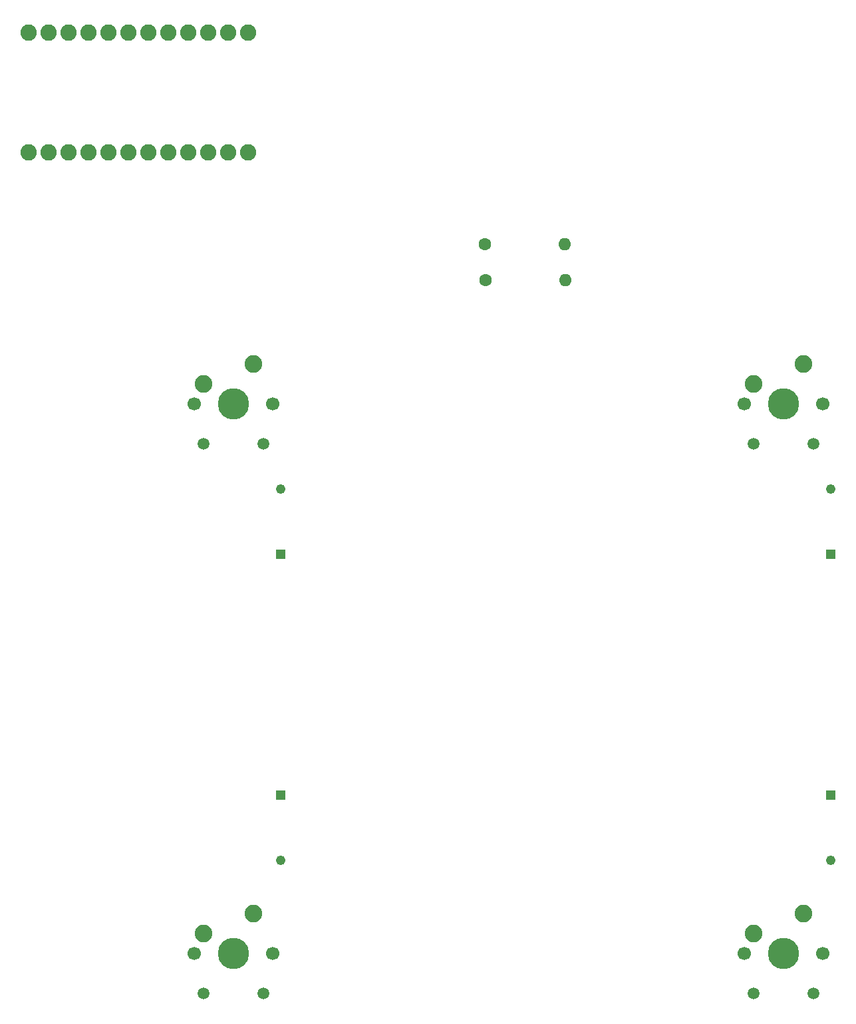
<source format=gbr>
%TF.GenerationSoftware,KiCad,Pcbnew,(6.0.7)*%
%TF.CreationDate,2023-05-31T01:42:51-04:00*%
%TF.ProjectId,Big_Keys_Keyboard,4269675f-4b65-4797-935f-4b6579626f61,rev?*%
%TF.SameCoordinates,Original*%
%TF.FileFunction,Soldermask,Bot*%
%TF.FilePolarity,Negative*%
%FSLAX46Y46*%
G04 Gerber Fmt 4.6, Leading zero omitted, Abs format (unit mm)*
G04 Created by KiCad (PCBNEW (6.0.7)) date 2023-05-31 01:42:51*
%MOMM*%
%LPD*%
G01*
G04 APERTURE LIST*
%ADD10C,1.238000*%
%ADD11R,1.238000X1.238000*%
%ADD12C,2.082800*%
%ADD13C,3.987800*%
%ADD14C,1.700000*%
%ADD15C,1.508000*%
%ADD16C,2.250000*%
%ADD17C,1.600000*%
%ADD18O,1.600000X1.600000*%
G04 APERTURE END LIST*
D10*
%TO.C,D1*%
X97000000Y-98854000D03*
D11*
X97000000Y-107146000D03*
%TD*%
D10*
%TO.C,D3*%
X167000000Y-98854000D03*
D11*
X167000000Y-107146000D03*
%TD*%
D12*
%TO.C,B1*%
X64900000Y-56020000D03*
X67440000Y-56020000D03*
X69980000Y-56020000D03*
X72520000Y-56020000D03*
X75060000Y-56020000D03*
X77600000Y-56020000D03*
X80140000Y-56020000D03*
X82680000Y-56020000D03*
X85220000Y-56020000D03*
X87760000Y-56020000D03*
X90300000Y-56020000D03*
X92840000Y-56020000D03*
X92840000Y-40780000D03*
X90300000Y-40780000D03*
X87760000Y-40780000D03*
X85220000Y-40780000D03*
X82680000Y-40780000D03*
X80140000Y-40780000D03*
X77600000Y-40780000D03*
X75060000Y-40780000D03*
X72520000Y-40780000D03*
X69980000Y-40780000D03*
X67440000Y-40780000D03*
X64900000Y-40780000D03*
%TD*%
D13*
%TO.C,U3*%
X161000000Y-88000000D03*
D14*
X156000000Y-88000000D03*
X166000000Y-88000000D03*
D15*
X157190000Y-93080000D03*
X164810000Y-93080000D03*
D16*
X163510000Y-82920000D03*
X157190000Y-85460000D03*
%TD*%
D14*
%TO.C,U1*%
X96000000Y-88000000D03*
D13*
X91000000Y-88000000D03*
D14*
X86000000Y-88000000D03*
D15*
X87190000Y-93080000D03*
X94810000Y-93080000D03*
D16*
X93510000Y-82920000D03*
X87190000Y-85460000D03*
%TD*%
D17*
%TO.C,R1*%
X123020000Y-67700000D03*
D18*
X133180000Y-67700000D03*
%TD*%
D14*
%TO.C,U2*%
X86000000Y-158000000D03*
D13*
X91000000Y-158000000D03*
D14*
X96000000Y-158000000D03*
D15*
X87190000Y-163080000D03*
X94810000Y-163080000D03*
D16*
X93510000Y-152920000D03*
X87190000Y-155460000D03*
%TD*%
D10*
%TO.C,D2*%
X97000000Y-146146000D03*
D11*
X97000000Y-137854000D03*
%TD*%
D17*
%TO.C,R2*%
X123040000Y-72300000D03*
D18*
X133200000Y-72300000D03*
%TD*%
D14*
%TO.C,U4*%
X166000000Y-158000000D03*
X156000000Y-158000000D03*
D13*
X161000000Y-158000000D03*
D15*
X157190000Y-163080000D03*
X164810000Y-163080000D03*
D16*
X163510000Y-152920000D03*
X157190000Y-155460000D03*
%TD*%
D10*
%TO.C,D4*%
X167000000Y-146146000D03*
D11*
X167000000Y-137854000D03*
%TD*%
M02*

</source>
